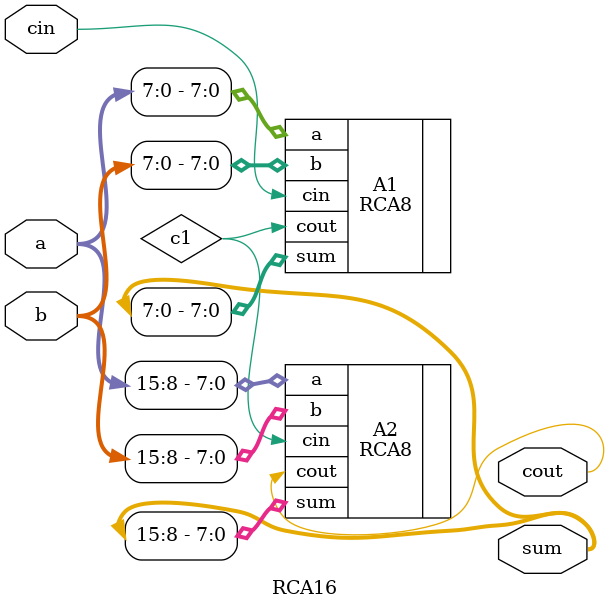
<source format=v>
`timescale 1ns / 1ps


module RCA16(a,b,cin,sum,cout);  

    input [15:0]a,b;
    input cin; 
    output [15:0]sum; 
    output cout;  
    
    wire c1; 
    RCA8 A1(.a(a[7:0]),.b(b[7:0]),.cin(cin),.sum(sum[7:0]),.cout(c1));
    RCA8 A2(.a(a[15:8]),.b(b[15:8]),.cin(c1),.sum(sum[15:8]),.cout(cout));

endmodule

</source>
